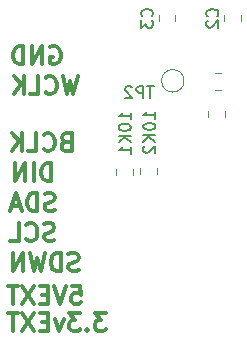
<source format=gbr>
G04 #@! TF.GenerationSoftware,KiCad,Pcbnew,5.1.1-8be2ce7~80~ubuntu18.10.1*
G04 #@! TF.CreationDate,2019-05-25T12:59:07+08:00*
G04 #@! TF.ProjectId,tas2562_dev_pcb,74617332-3536-4325-9f64-65765f706362,rev?*
G04 #@! TF.SameCoordinates,Original*
G04 #@! TF.FileFunction,Legend,Bot*
G04 #@! TF.FilePolarity,Positive*
%FSLAX46Y46*%
G04 Gerber Fmt 4.6, Leading zero omitted, Abs format (unit mm)*
G04 Created by KiCad (PCBNEW 5.1.1-8be2ce7~80~ubuntu18.10.1) date 2019-05-25 12:59:07*
%MOMM*%
%LPD*%
G04 APERTURE LIST*
%ADD10C,0.300000*%
%ADD11C,0.120000*%
%ADD12C,0.150000*%
G04 APERTURE END LIST*
D10*
X139997142Y-91888571D02*
X139068571Y-91888571D01*
X139568571Y-92460000D01*
X139354285Y-92460000D01*
X139211428Y-92531428D01*
X139140000Y-92602857D01*
X139068571Y-92745714D01*
X139068571Y-93102857D01*
X139140000Y-93245714D01*
X139211428Y-93317142D01*
X139354285Y-93388571D01*
X139782857Y-93388571D01*
X139925714Y-93317142D01*
X139997142Y-93245714D01*
X138425714Y-93245714D02*
X138354285Y-93317142D01*
X138425714Y-93388571D01*
X138497142Y-93317142D01*
X138425714Y-93245714D01*
X138425714Y-93388571D01*
X137854285Y-91888571D02*
X136925714Y-91888571D01*
X137425714Y-92460000D01*
X137211428Y-92460000D01*
X137068571Y-92531428D01*
X136997142Y-92602857D01*
X136925714Y-92745714D01*
X136925714Y-93102857D01*
X136997142Y-93245714D01*
X137068571Y-93317142D01*
X137211428Y-93388571D01*
X137640000Y-93388571D01*
X137782857Y-93317142D01*
X137854285Y-93245714D01*
X136425714Y-92388571D02*
X136068571Y-93388571D01*
X135711428Y-92388571D01*
X135140000Y-92602857D02*
X134640000Y-92602857D01*
X134425714Y-93388571D02*
X135140000Y-93388571D01*
X135140000Y-91888571D01*
X134425714Y-91888571D01*
X133925714Y-91888571D02*
X132925714Y-93388571D01*
X132925714Y-91888571D02*
X133925714Y-93388571D01*
X132568571Y-91888571D02*
X131711428Y-91888571D01*
X132140000Y-93388571D02*
X132140000Y-91888571D01*
X137124000Y-89602571D02*
X137838285Y-89602571D01*
X137909714Y-90316857D01*
X137838285Y-90245428D01*
X137695428Y-90174000D01*
X137338285Y-90174000D01*
X137195428Y-90245428D01*
X137124000Y-90316857D01*
X137052571Y-90459714D01*
X137052571Y-90816857D01*
X137124000Y-90959714D01*
X137195428Y-91031142D01*
X137338285Y-91102571D01*
X137695428Y-91102571D01*
X137838285Y-91031142D01*
X137909714Y-90959714D01*
X136624000Y-89602571D02*
X136124000Y-91102571D01*
X135624000Y-89602571D01*
X135124000Y-90316857D02*
X134624000Y-90316857D01*
X134409714Y-91102571D02*
X135124000Y-91102571D01*
X135124000Y-89602571D01*
X134409714Y-89602571D01*
X133909714Y-89602571D02*
X132909714Y-91102571D01*
X132909714Y-89602571D02*
X133909714Y-91102571D01*
X132552571Y-89602571D02*
X131695428Y-89602571D01*
X132124000Y-91102571D02*
X132124000Y-89602571D01*
X137695428Y-88237142D02*
X137481142Y-88308571D01*
X137124000Y-88308571D01*
X136981142Y-88237142D01*
X136909714Y-88165714D01*
X136838285Y-88022857D01*
X136838285Y-87880000D01*
X136909714Y-87737142D01*
X136981142Y-87665714D01*
X137124000Y-87594285D01*
X137409714Y-87522857D01*
X137552571Y-87451428D01*
X137624000Y-87380000D01*
X137695428Y-87237142D01*
X137695428Y-87094285D01*
X137624000Y-86951428D01*
X137552571Y-86880000D01*
X137409714Y-86808571D01*
X137052571Y-86808571D01*
X136838285Y-86880000D01*
X136195428Y-88308571D02*
X136195428Y-86808571D01*
X135838285Y-86808571D01*
X135624000Y-86880000D01*
X135481142Y-87022857D01*
X135409714Y-87165714D01*
X135338285Y-87451428D01*
X135338285Y-87665714D01*
X135409714Y-87951428D01*
X135481142Y-88094285D01*
X135624000Y-88237142D01*
X135838285Y-88308571D01*
X136195428Y-88308571D01*
X134838285Y-86808571D02*
X134481142Y-88308571D01*
X134195428Y-87237142D01*
X133909714Y-88308571D01*
X133552571Y-86808571D01*
X132981142Y-88308571D02*
X132981142Y-86808571D01*
X132124000Y-88308571D01*
X132124000Y-86808571D01*
X135643714Y-85697142D02*
X135429428Y-85768571D01*
X135072285Y-85768571D01*
X134929428Y-85697142D01*
X134858000Y-85625714D01*
X134786571Y-85482857D01*
X134786571Y-85340000D01*
X134858000Y-85197142D01*
X134929428Y-85125714D01*
X135072285Y-85054285D01*
X135358000Y-84982857D01*
X135500857Y-84911428D01*
X135572285Y-84840000D01*
X135643714Y-84697142D01*
X135643714Y-84554285D01*
X135572285Y-84411428D01*
X135500857Y-84340000D01*
X135358000Y-84268571D01*
X135000857Y-84268571D01*
X134786571Y-84340000D01*
X133286571Y-85625714D02*
X133358000Y-85697142D01*
X133572285Y-85768571D01*
X133715142Y-85768571D01*
X133929428Y-85697142D01*
X134072285Y-85554285D01*
X134143714Y-85411428D01*
X134215142Y-85125714D01*
X134215142Y-84911428D01*
X134143714Y-84625714D01*
X134072285Y-84482857D01*
X133929428Y-84340000D01*
X133715142Y-84268571D01*
X133572285Y-84268571D01*
X133358000Y-84340000D01*
X133286571Y-84411428D01*
X131929428Y-85768571D02*
X132643714Y-85768571D01*
X132643714Y-84268571D01*
X135679428Y-83157142D02*
X135465142Y-83228571D01*
X135108000Y-83228571D01*
X134965142Y-83157142D01*
X134893714Y-83085714D01*
X134822285Y-82942857D01*
X134822285Y-82800000D01*
X134893714Y-82657142D01*
X134965142Y-82585714D01*
X135108000Y-82514285D01*
X135393714Y-82442857D01*
X135536571Y-82371428D01*
X135608000Y-82300000D01*
X135679428Y-82157142D01*
X135679428Y-82014285D01*
X135608000Y-81871428D01*
X135536571Y-81800000D01*
X135393714Y-81728571D01*
X135036571Y-81728571D01*
X134822285Y-81800000D01*
X134179428Y-83228571D02*
X134179428Y-81728571D01*
X133822285Y-81728571D01*
X133608000Y-81800000D01*
X133465142Y-81942857D01*
X133393714Y-82085714D01*
X133322285Y-82371428D01*
X133322285Y-82585714D01*
X133393714Y-82871428D01*
X133465142Y-83014285D01*
X133608000Y-83157142D01*
X133822285Y-83228571D01*
X134179428Y-83228571D01*
X132750857Y-82800000D02*
X132036571Y-82800000D01*
X132893714Y-83228571D02*
X132393714Y-81728571D01*
X131893714Y-83228571D01*
X135393714Y-80688571D02*
X135393714Y-79188571D01*
X135036571Y-79188571D01*
X134822285Y-79260000D01*
X134679428Y-79402857D01*
X134608000Y-79545714D01*
X134536571Y-79831428D01*
X134536571Y-80045714D01*
X134608000Y-80331428D01*
X134679428Y-80474285D01*
X134822285Y-80617142D01*
X135036571Y-80688571D01*
X135393714Y-80688571D01*
X133893714Y-80688571D02*
X133893714Y-79188571D01*
X133179428Y-80688571D02*
X133179428Y-79188571D01*
X132322285Y-80688571D01*
X132322285Y-79188571D01*
X136620000Y-77362857D02*
X136405714Y-77434285D01*
X136334285Y-77505714D01*
X136262857Y-77648571D01*
X136262857Y-77862857D01*
X136334285Y-78005714D01*
X136405714Y-78077142D01*
X136548571Y-78148571D01*
X137120000Y-78148571D01*
X137120000Y-76648571D01*
X136620000Y-76648571D01*
X136477142Y-76720000D01*
X136405714Y-76791428D01*
X136334285Y-76934285D01*
X136334285Y-77077142D01*
X136405714Y-77220000D01*
X136477142Y-77291428D01*
X136620000Y-77362857D01*
X137120000Y-77362857D01*
X134762857Y-78005714D02*
X134834285Y-78077142D01*
X135048571Y-78148571D01*
X135191428Y-78148571D01*
X135405714Y-78077142D01*
X135548571Y-77934285D01*
X135620000Y-77791428D01*
X135691428Y-77505714D01*
X135691428Y-77291428D01*
X135620000Y-77005714D01*
X135548571Y-76862857D01*
X135405714Y-76720000D01*
X135191428Y-76648571D01*
X135048571Y-76648571D01*
X134834285Y-76720000D01*
X134762857Y-76791428D01*
X133405714Y-78148571D02*
X134120000Y-78148571D01*
X134120000Y-76648571D01*
X132905714Y-78148571D02*
X132905714Y-76648571D01*
X132048571Y-78148571D02*
X132691428Y-77291428D01*
X132048571Y-76648571D02*
X132905714Y-77505714D01*
X137624000Y-71822571D02*
X137266857Y-73322571D01*
X136981142Y-72251142D01*
X136695428Y-73322571D01*
X136338285Y-71822571D01*
X134909714Y-73179714D02*
X134981142Y-73251142D01*
X135195428Y-73322571D01*
X135338285Y-73322571D01*
X135552571Y-73251142D01*
X135695428Y-73108285D01*
X135766857Y-72965428D01*
X135838285Y-72679714D01*
X135838285Y-72465428D01*
X135766857Y-72179714D01*
X135695428Y-72036857D01*
X135552571Y-71894000D01*
X135338285Y-71822571D01*
X135195428Y-71822571D01*
X134981142Y-71894000D01*
X134909714Y-71965428D01*
X133552571Y-73322571D02*
X134266857Y-73322571D01*
X134266857Y-71822571D01*
X133052571Y-73322571D02*
X133052571Y-71822571D01*
X132195428Y-73322571D02*
X132838285Y-72465428D01*
X132195428Y-71822571D02*
X133052571Y-72679714D01*
X135318357Y-69354000D02*
X135461214Y-69282571D01*
X135675500Y-69282571D01*
X135889785Y-69354000D01*
X136032642Y-69496857D01*
X136104071Y-69639714D01*
X136175500Y-69925428D01*
X136175500Y-70139714D01*
X136104071Y-70425428D01*
X136032642Y-70568285D01*
X135889785Y-70711142D01*
X135675500Y-70782571D01*
X135532642Y-70782571D01*
X135318357Y-70711142D01*
X135246928Y-70639714D01*
X135246928Y-70139714D01*
X135532642Y-70139714D01*
X134604071Y-70782571D02*
X134604071Y-69282571D01*
X133746928Y-70782571D01*
X133746928Y-69282571D01*
X133032642Y-70782571D02*
X133032642Y-69282571D01*
X132675500Y-69282571D01*
X132461214Y-69354000D01*
X132318357Y-69496857D01*
X132246928Y-69639714D01*
X132175500Y-69925428D01*
X132175500Y-70139714D01*
X132246928Y-70425428D01*
X132318357Y-70568285D01*
X132461214Y-70711142D01*
X132675500Y-70782571D01*
X133032642Y-70782571D01*
D11*
X150062000Y-74719922D02*
X150062000Y-75237078D01*
X148642000Y-74719922D02*
X148642000Y-75237078D01*
X142315000Y-79624422D02*
X142315000Y-80141578D01*
X140895000Y-79624422D02*
X140895000Y-80141578D01*
X142901600Y-79601322D02*
X142901600Y-80118478D01*
X144321600Y-79601322D02*
X144321600Y-80118478D01*
X151433600Y-66647322D02*
X151433600Y-67164478D01*
X150013600Y-66647322D02*
X150013600Y-67164478D01*
X144476400Y-66647322D02*
X144476400Y-67164478D01*
X145896400Y-66647322D02*
X145896400Y-67164478D01*
X149752578Y-71553000D02*
X149235422Y-71553000D01*
X149752578Y-72973000D02*
X149235422Y-72973000D01*
X146619000Y-72199500D02*
G75*
G03X146619000Y-72199500I-950000J0D01*
G01*
D12*
X142108180Y-75462833D02*
X142108180Y-74891404D01*
X142108180Y-75177119D02*
X141108180Y-75177119D01*
X141251038Y-75081880D01*
X141346276Y-74986642D01*
X141393895Y-74891404D01*
X141108180Y-76081880D02*
X141108180Y-76177119D01*
X141155800Y-76272357D01*
X141203419Y-76319976D01*
X141298657Y-76367595D01*
X141489133Y-76415214D01*
X141727228Y-76415214D01*
X141917704Y-76367595D01*
X142012942Y-76319976D01*
X142060561Y-76272357D01*
X142108180Y-76177119D01*
X142108180Y-76081880D01*
X142060561Y-75986642D01*
X142012942Y-75939023D01*
X141917704Y-75891404D01*
X141727228Y-75843785D01*
X141489133Y-75843785D01*
X141298657Y-75891404D01*
X141203419Y-75939023D01*
X141155800Y-75986642D01*
X141108180Y-76081880D01*
X142108180Y-76843785D02*
X141108180Y-76843785D01*
X142108180Y-77415214D02*
X141536752Y-76986642D01*
X141108180Y-77415214D02*
X141679609Y-76843785D01*
X142108180Y-78367595D02*
X142108180Y-77796166D01*
X142108180Y-78081880D02*
X141108180Y-78081880D01*
X141251038Y-77986642D01*
X141346276Y-77891404D01*
X141393895Y-77796166D01*
X144190980Y-75388933D02*
X144190980Y-74817504D01*
X144190980Y-75103219D02*
X143190980Y-75103219D01*
X143333838Y-75007980D01*
X143429076Y-74912742D01*
X143476695Y-74817504D01*
X143190980Y-76007980D02*
X143190980Y-76103219D01*
X143238600Y-76198457D01*
X143286219Y-76246076D01*
X143381457Y-76293695D01*
X143571933Y-76341314D01*
X143810028Y-76341314D01*
X144000504Y-76293695D01*
X144095742Y-76246076D01*
X144143361Y-76198457D01*
X144190980Y-76103219D01*
X144190980Y-76007980D01*
X144143361Y-75912742D01*
X144095742Y-75865123D01*
X144000504Y-75817504D01*
X143810028Y-75769885D01*
X143571933Y-75769885D01*
X143381457Y-75817504D01*
X143286219Y-75865123D01*
X143238600Y-75912742D01*
X143190980Y-76007980D01*
X144190980Y-76769885D02*
X143190980Y-76769885D01*
X144190980Y-77341314D02*
X143619552Y-76912742D01*
X143190980Y-77341314D02*
X143762409Y-76769885D01*
X143286219Y-77722266D02*
X143238600Y-77769885D01*
X143190980Y-77865123D01*
X143190980Y-78103219D01*
X143238600Y-78198457D01*
X143286219Y-78246076D01*
X143381457Y-78293695D01*
X143476695Y-78293695D01*
X143619552Y-78246076D01*
X144190980Y-77674647D01*
X144190980Y-78293695D01*
X149430742Y-66739233D02*
X149478361Y-66691614D01*
X149525980Y-66548757D01*
X149525980Y-66453519D01*
X149478361Y-66310661D01*
X149383123Y-66215423D01*
X149287885Y-66167804D01*
X149097409Y-66120185D01*
X148954552Y-66120185D01*
X148764076Y-66167804D01*
X148668838Y-66215423D01*
X148573600Y-66310661D01*
X148525980Y-66453519D01*
X148525980Y-66548757D01*
X148573600Y-66691614D01*
X148621219Y-66739233D01*
X148621219Y-67120185D02*
X148573600Y-67167804D01*
X148525980Y-67263042D01*
X148525980Y-67501138D01*
X148573600Y-67596376D01*
X148621219Y-67643995D01*
X148716457Y-67691614D01*
X148811695Y-67691614D01*
X148954552Y-67643995D01*
X149525980Y-67072566D01*
X149525980Y-67691614D01*
X143893542Y-66739233D02*
X143941161Y-66691614D01*
X143988780Y-66548757D01*
X143988780Y-66453519D01*
X143941161Y-66310661D01*
X143845923Y-66215423D01*
X143750685Y-66167804D01*
X143560209Y-66120185D01*
X143417352Y-66120185D01*
X143226876Y-66167804D01*
X143131638Y-66215423D01*
X143036400Y-66310661D01*
X142988780Y-66453519D01*
X142988780Y-66548757D01*
X143036400Y-66691614D01*
X143084019Y-66739233D01*
X142988780Y-67072566D02*
X142988780Y-67691614D01*
X143369733Y-67358280D01*
X143369733Y-67501138D01*
X143417352Y-67596376D01*
X143464971Y-67643995D01*
X143560209Y-67691614D01*
X143798304Y-67691614D01*
X143893542Y-67643995D01*
X143941161Y-67596376D01*
X143988780Y-67501138D01*
X143988780Y-67215423D01*
X143941161Y-67120185D01*
X143893542Y-67072566D01*
X144073404Y-72667880D02*
X143501976Y-72667880D01*
X143787690Y-73667880D02*
X143787690Y-72667880D01*
X143168642Y-73667880D02*
X143168642Y-72667880D01*
X142787690Y-72667880D01*
X142692452Y-72715500D01*
X142644833Y-72763119D01*
X142597214Y-72858357D01*
X142597214Y-73001214D01*
X142644833Y-73096452D01*
X142692452Y-73144071D01*
X142787690Y-73191690D01*
X143168642Y-73191690D01*
X142216261Y-72763119D02*
X142168642Y-72715500D01*
X142073404Y-72667880D01*
X141835309Y-72667880D01*
X141740071Y-72715500D01*
X141692452Y-72763119D01*
X141644833Y-72858357D01*
X141644833Y-72953595D01*
X141692452Y-73096452D01*
X142263880Y-73667880D01*
X141644833Y-73667880D01*
M02*

</source>
